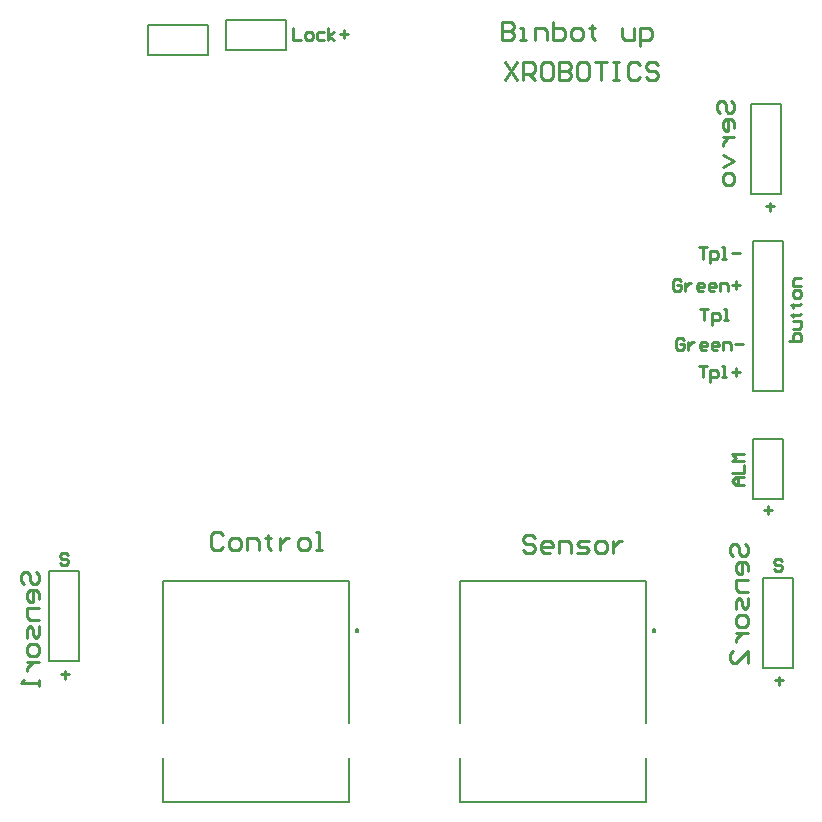
<source format=gbo>
%FSTAX23Y23*%
%MOIN*%
%SFA1B1*%

%IPPOS*%
%ADD21C,0.010000*%
%ADD33C,0.007874*%
%ADD34C,0.005000*%
%LNbinbot_board_up-1*%
%LPD*%
G54D21*
X02498Y-01733D02*
X02524D01*
X02511Y-0172D02*
Y-01746D01*
X0243Y-0165D02*
X02404D01*
X02391Y-01636*
X02404Y-01623*
X0243*
X02411*
Y-0165*
X02391Y-0161D02*
X0243D01*
Y-01584*
Y-01571D02*
X02391D01*
X02404Y-01558*
X02391Y-01545*
X0243*
X02505Y-00721D02*
X02531D01*
X02518Y-00708D02*
Y-00735D01*
X0235Y-0041D02*
X0234Y-004D01*
Y-0038*
X0235Y-0037*
X0236*
X0237Y-0038*
Y-004*
X02379Y-0041*
X02389*
X02399Y-004*
Y-0038*
X02389Y-0037*
X02399Y-0046D02*
Y-0044D01*
X02389Y-0043*
X0237*
X0236Y-0044*
Y-0046*
X0237Y-0047*
X02379*
Y-0043*
X0236Y-0049D02*
X02399D01*
X02379*
X0237Y-005*
X0236Y-0051*
Y-00519*
Y-00549D02*
X02399Y-00569D01*
X0236Y-00589*
X02399Y-00619D02*
Y-00639D01*
X02389Y-00649*
X0237*
X0236Y-00639*
Y-00619*
X0237Y-00609*
X02389*
X02399Y-00619*
X01635Y-0024D02*
X01674Y-003D01*
Y-0024D02*
X01635Y-003D01*
X01694D02*
Y-0024D01*
X01724*
X01734Y-0025*
Y-0027*
X01724Y-0028*
X01694*
X01714D02*
X01734Y-003D01*
X01784Y-0024D02*
X01764D01*
X01754Y-0025*
Y-0029*
X01764Y-003*
X01784*
X01794Y-0029*
Y-0025*
X01784Y-0024*
X01814D02*
Y-003D01*
X01844*
X01854Y-0029*
Y-0028*
X01844Y-0027*
X01814*
X01844*
X01854Y-0026*
Y-0025*
X01844Y-0024*
X01814*
X01904D02*
X01884D01*
X01874Y-0025*
Y-0029*
X01884Y-003*
X01904*
X01914Y-0029*
Y-0025*
X01904Y-0024*
X01934D02*
X01974D01*
X01954*
Y-003*
X01994Y-0024D02*
X02014D01*
X02004*
Y-003*
X01994*
X02014*
X02084Y-0025D02*
X02074Y-0024D01*
X02054*
X02044Y-0025*
Y-0029*
X02054Y-003*
X02074*
X02084Y-0029*
X02144Y-0025D02*
X02134Y-0024D01*
X02114*
X02104Y-0025*
Y-0026*
X02114Y-0027*
X02134*
X02144Y-0028*
Y-0029*
X02134Y-003*
X02114*
X02104Y-0029*
X0228Y-00857D02*
X02306D01*
X02293*
Y-00896*
X02319Y-0091D02*
Y-0087D01*
X02339*
X02345Y-00877*
Y-0089*
X02339Y-00896*
X02319*
X02358D02*
X02371D01*
X02365*
Y-00857*
X02358*
X02391Y-00877D02*
X02417D01*
X00694Y-01815D02*
X00684Y-01805D01*
X00664*
X00655Y-01815*
Y-01855*
X00664Y-01865*
X00684*
X00694Y-01855*
X00724Y-01865D02*
X00744D01*
X00754Y-01855*
Y-01835*
X00744Y-01825*
X00724*
X00714Y-01835*
Y-01855*
X00724Y-01865*
X00774D02*
Y-01825D01*
X00804*
X00814Y-01835*
Y-01865*
X00844Y-01815D02*
Y-01825D01*
X00834*
X00854*
X00844*
Y-01855*
X00854Y-01865*
X00884Y-01825D02*
Y-01865D01*
Y-01845*
X00894Y-01835*
X00904Y-01825*
X00914*
X00954Y-01865D02*
X00974D01*
X00984Y-01855*
Y-01835*
X00974Y-01825*
X00954*
X00944Y-01835*
Y-01855*
X00954Y-01865*
X01004D02*
X01024D01*
X01014*
Y-01805*
X01004*
X00927Y-00127D02*
Y-00167D01*
X00953*
X00973D02*
X00986D01*
X00993Y-0016*
Y-00147*
X00986Y-00141*
X00973*
X00966Y-00147*
Y-0016*
X00973Y-00167*
X01032Y-00141D02*
X01012D01*
X01006Y-00147*
Y-0016*
X01012Y-00167*
X01032*
X01045D02*
Y-00127D01*
Y-00154D02*
X01065Y-00141D01*
X01045Y-00154D02*
X01065Y-00167D01*
X01085Y-00147D02*
X01111D01*
X01098Y-00134D02*
Y-0016D01*
X00155Y-02281D02*
X00181D01*
X00168Y-02268D02*
Y-02295D01*
X00176Y-01882D02*
X0017Y-01875D01*
X00156*
X0015Y-01882*
Y-01888*
X00156Y-01895*
X0017*
X00176Y-01901*
Y-01908*
X0017Y-01915*
X00156*
X0015Y-01908*
X02556Y-01902D02*
X0255Y-01895D01*
X02536*
X0253Y-01902*
Y-01908*
X02536Y-01915*
X0255*
X02556Y-01921*
Y-01928*
X0255Y-01935*
X02536*
X0253Y-01928*
X02535Y-02301D02*
X02561D01*
X02548Y-02288D02*
Y-02315D01*
X02221Y-0097D02*
X02214Y-00963D01*
X02201*
X02195Y-0097*
Y-00996*
X02201Y-01003*
X02214*
X02221Y-00996*
Y-00983*
X02208*
X02234Y-00977D02*
Y-01003D01*
Y-0099*
X0224Y-00983*
X02247Y-00977*
X02254*
X02293Y-01003D02*
X0228D01*
X02273Y-00996*
Y-00983*
X0228Y-00977*
X02293*
X02299Y-00983*
Y-0099*
X02273*
X02332Y-01003D02*
X02319D01*
X02313Y-00996*
Y-00983*
X02319Y-00977*
X02332*
X02339Y-00983*
Y-0099*
X02313*
X02352Y-01003D02*
Y-00977D01*
X02372*
X02378Y-00983*
Y-01003*
X02391Y-00983D02*
X02418D01*
X02404Y-0097D02*
Y-00996D01*
X0228Y-01252D02*
X02306D01*
X02293*
Y-01291*
X02319Y-01305D02*
Y-01265D01*
X02339*
X02345Y-01272*
Y-01285*
X02339Y-01291*
X02319*
X02358D02*
X02371D01*
X02365*
Y-01252*
X02358*
X02391Y-01272D02*
X02417D01*
X02404Y-01259D02*
Y-01285D01*
X01734Y-01825D02*
X01724Y-01815D01*
X01704*
X01695Y-01825*
Y-01835*
X01704Y-01845*
X01724*
X01734Y-01855*
Y-01865*
X01724Y-01875*
X01704*
X01695Y-01865*
X01784Y-01875D02*
X01764D01*
X01754Y-01865*
Y-01845*
X01764Y-01835*
X01784*
X01794Y-01845*
Y-01855*
X01754*
X01814Y-01875D02*
Y-01835D01*
X01844*
X01854Y-01845*
Y-01875*
X01874D02*
X01904D01*
X01914Y-01865*
X01904Y-01855*
X01884*
X01874Y-01845*
X01884Y-01835*
X01914*
X01944Y-01875D02*
X01964D01*
X01974Y-01865*
Y-01845*
X01964Y-01835*
X01944*
X01934Y-01845*
Y-01865*
X01944Y-01875*
X01994Y-01835D02*
Y-01875D01*
Y-01855*
X02004Y-01845*
X02014Y-01835*
X02024*
X01625Y-00105D02*
Y-00165D01*
X01654*
X01664Y-00155*
Y-00145*
X01654Y-00135*
X01625*
X01654*
X01664Y-00125*
Y-00115*
X01654Y-00105*
X01625*
X01684Y-00165D02*
X01704D01*
X01694*
Y-00125*
X01684*
X01734Y-00165D02*
Y-00125D01*
X01764*
X01774Y-00135*
Y-00165*
X01794Y-00105D02*
Y-00165D01*
X01824*
X01834Y-00155*
Y-00145*
Y-00135*
X01824Y-00125*
X01794*
X01864Y-00165D02*
X01884D01*
X01894Y-00155*
Y-00135*
X01884Y-00125*
X01864*
X01854Y-00135*
Y-00155*
X01864Y-00165*
X01924Y-00115D02*
Y-00125D01*
X01914*
X01934*
X01924*
Y-00155*
X01934Y-00165*
X02024Y-00125D02*
Y-00155D01*
X02034Y-00165*
X02064*
Y-00125*
X02084Y-00185D02*
Y-00125D01*
X02114*
X02124Y-00135*
Y-00155*
X02114Y-00165*
X02084*
X02285Y-01062D02*
X02311D01*
X02298*
Y-01101*
X02324Y-01115D02*
Y-01075D01*
X02344*
X0235Y-01082*
Y-01095*
X02344Y-01101*
X02324*
X02364D02*
X02377D01*
X0237*
Y-01062*
X02364*
X02231Y-01167D02*
X02224Y-0116D01*
X02211*
X02205Y-01167*
Y-01193*
X02211Y-012*
X02224*
X02231Y-01193*
Y-0118*
X02218*
X02244Y-01173D02*
Y-012D01*
Y-01186*
X0225Y-0118*
X02257Y-01173*
X02264*
X02303Y-012D02*
X0229D01*
X02283Y-01193*
Y-0118*
X0229Y-01173*
X02303*
X02309Y-0118*
Y-01186*
X02283*
X02342Y-012D02*
X02329D01*
X02323Y-01193*
Y-0118*
X02329Y-01173*
X02342*
X02349Y-0118*
Y-01186*
X02323*
X02362Y-012D02*
Y-01173D01*
X02382*
X02388Y-0118*
Y-012*
X02401Y-0118D02*
X02428D01*
X02395Y-01885D02*
X02385Y-01875D01*
Y-01855*
X02395Y-01845*
X02405*
X02415Y-01855*
Y-01875*
X02425Y-01885*
X02435*
X02445Y-01875*
Y-01855*
X02435Y-01845*
X02445Y-01935D02*
Y-01915D01*
X02435Y-01905*
X02415*
X02405Y-01915*
Y-01935*
X02415Y-01945*
X02425*
Y-01905*
X02445Y-01965D02*
X02405D01*
Y-01995*
X02415Y-02005*
X02445*
Y-02025D02*
Y-02054D01*
X02435Y-02064*
X02425Y-02054*
Y-02035*
X02415Y-02025*
X02405Y-02035*
Y-02064*
X02445Y-02094D02*
Y-02114D01*
X02435Y-02124*
X02415*
X02405Y-02114*
Y-02094*
X02415Y-02084*
X02435*
X02445Y-02094*
X02405Y-02144D02*
X02445D01*
X02425*
X02415Y-02154*
X02405Y-02164*
Y-02174*
X02445Y-02244D02*
Y-02204D01*
X02405Y-02244*
X02395*
X02385Y-02234*
Y-02214*
X02395Y-02204*
X00031Y-0198D02*
X00021Y-0197D01*
Y-0195*
X00031Y-01941*
X00041*
X00051Y-0195*
Y-0197*
X00061Y-0198*
X00071*
X00081Y-0197*
Y-0195*
X00071Y-01941*
X00081Y-0203D02*
Y-0201D01*
X00071Y-02*
X00051*
X00041Y-0201*
Y-0203*
X00051Y-0204*
X00061*
Y-02*
X00081Y-0206D02*
X00041D01*
Y-0209*
X00051Y-021*
X00081*
Y-0212D02*
Y-0215D01*
X00071Y-0216*
X00061Y-0215*
Y-0213*
X00051Y-0212*
X00041Y-0213*
Y-0216*
X00081Y-0219D02*
Y-0221D01*
X00071Y-0222*
X00051*
X00041Y-0221*
Y-0219*
X00051Y-0218*
X00071*
X00081Y-0219*
X00041Y-0224D02*
X00081D01*
X00061*
X00051Y-0225*
X00041Y-0226*
Y-0227*
X00081Y-023D02*
Y-0232D01*
Y-0231*
X00021*
X00031Y-023*
X0258Y-01169D02*
X0262D01*
Y-0115*
X02613Y-01143*
X02606*
X026*
X02593Y-0115*
Y-01169*
Y-0113D02*
X02613D01*
X0262Y-01124*
Y-01104*
X02593*
X02587Y-01084D02*
X02593D01*
Y-01091*
Y-01078*
Y-01084*
X02613*
X0262Y-01078*
X02587Y-01051D02*
X02593D01*
Y-01058*
Y-01045*
Y-01051*
X02613*
X0262Y-01045*
Y-01019D02*
Y-01005D01*
X02613Y-00999*
X026*
X02593Y-01005*
Y-01019*
X026Y-01025*
X02613*
X0262Y-01019*
Y-00986D02*
X02593D01*
Y-00966*
X026Y-0096*
X0262*
G54D33*
X01144Y-02135D02*
D01*
X01144Y-02134*
X01144Y-02134*
X01144Y-02134*
X01144Y-02133*
X01144Y-02133*
X01144Y-02133*
X01144Y-02133*
X01144Y-02132*
X01143Y-02132*
X01143Y-02132*
X01143Y-02132*
X01143Y-02132*
X01143Y-02131*
X01142Y-02131*
X01142Y-02131*
X01142Y-02131*
X01142Y-02131*
X01141Y-02131*
X01141Y-02131*
X01141Y-02131*
X01141Y-02131*
X0114Y-02131*
X0114*
X0114Y-02131*
X0114Y-02131*
X01139Y-02131*
X01139Y-02131*
X01139Y-02131*
X01139Y-02131*
X01138Y-02131*
X01138Y-02131*
X01138Y-02131*
X01138Y-02132*
X01137Y-02132*
X01137Y-02132*
X01137Y-02132*
X01137Y-02132*
X01137Y-02133*
X01137Y-02133*
X01137Y-02133*
X01136Y-02133*
X01136Y-02134*
X01136Y-02134*
X01136Y-02134*
X01136Y-02135*
X01136Y-02135*
X01136Y-02135*
X01136Y-02135*
X01136Y-02136*
X01137Y-02136*
X01137Y-02136*
X01137Y-02136*
X01137Y-02137*
X01137Y-02137*
X01137Y-02137*
X01137Y-02137*
X01138Y-02137*
X01138Y-02138*
X01138Y-02138*
X01138Y-02138*
X01139Y-02138*
X01139Y-02138*
X01139Y-02138*
X01139Y-02138*
X0114Y-02138*
X0114Y-02138*
X0114Y-02138*
X0114*
X01141Y-02138*
X01141Y-02138*
X01141Y-02138*
X01141Y-02138*
X01142Y-02138*
X01142Y-02138*
X01142Y-02138*
X01142Y-02138*
X01143Y-02138*
X01143Y-02137*
X01143Y-02137*
X01143Y-02137*
X01143Y-02137*
X01144Y-02137*
X01144Y-02136*
X01144Y-02136*
X01144Y-02136*
X01144Y-02136*
X01144Y-02135*
X01144Y-02135*
X01144Y-02135*
X01144Y-02135*
X02134D02*
D01*
X02134Y-02134*
X02134Y-02134*
X02134Y-02134*
X02134Y-02133*
X02134Y-02133*
X02134Y-02133*
X02134Y-02133*
X02134Y-02132*
X02133Y-02132*
X02133Y-02132*
X02133Y-02132*
X02133Y-02132*
X02133Y-02131*
X02132Y-02131*
X02132Y-02131*
X02132Y-02131*
X02132Y-02131*
X02131Y-02131*
X02131Y-02131*
X02131Y-02131*
X02131Y-02131*
X0213Y-02131*
X0213*
X0213Y-02131*
X0213Y-02131*
X02129Y-02131*
X02129Y-02131*
X02129Y-02131*
X02129Y-02131*
X02128Y-02131*
X02128Y-02131*
X02128Y-02131*
X02128Y-02132*
X02127Y-02132*
X02127Y-02132*
X02127Y-02132*
X02127Y-02132*
X02127Y-02133*
X02127Y-02133*
X02127Y-02133*
X02126Y-02133*
X02126Y-02134*
X02126Y-02134*
X02126Y-02134*
X02126Y-02135*
X02126Y-02135*
X02126Y-02135*
X02126Y-02135*
X02126Y-02136*
X02127Y-02136*
X02127Y-02136*
X02127Y-02136*
X02127Y-02137*
X02127Y-02137*
X02127Y-02137*
X02127Y-02137*
X02128Y-02137*
X02128Y-02138*
X02128Y-02138*
X02128Y-02138*
X02129Y-02138*
X02129Y-02138*
X02129Y-02138*
X02129Y-02138*
X0213Y-02138*
X0213Y-02138*
X0213Y-02138*
X0213*
X02131Y-02138*
X02131Y-02138*
X02131Y-02138*
X02131Y-02138*
X02132Y-02138*
X02132Y-02138*
X02132Y-02138*
X02132Y-02138*
X02133Y-02138*
X02133Y-02137*
X02133Y-02137*
X02133Y-02137*
X02133Y-02137*
X02134Y-02137*
X02134Y-02136*
X02134Y-02136*
X02134Y-02136*
X02134Y-02136*
X02134Y-02135*
X02134Y-02135*
X02134Y-02135*
X02134Y-02135*
X00705Y-001D02*
X00905D01*
Y-002D02*
Y-001D01*
X00705Y-002D02*
X00905D01*
X00705D02*
Y-001D01*
X0256Y-01695D02*
Y-01495D01*
X0246Y-01695D02*
X0256D01*
X0246D02*
Y-01495D01*
X0256*
X02455Y-0068D02*
X02555D01*
Y-0038*
X02455D02*
X02555D01*
X02455Y-0068D02*
Y-0038D01*
X00445Y-00215D02*
Y-00115D01*
Y-00215D02*
X00645D01*
Y-00115*
X00445D02*
X00645D01*
X02495Y-0226D02*
Y-0196D01*
X02595*
Y-0226D02*
Y-0196D01*
X02495Y-0226D02*
X02595D01*
X00115Y-02235D02*
Y-01935D01*
X00215*
Y-02235D02*
Y-01935D01*
X00115Y-02235D02*
X00215D01*
X0246Y-01335D02*
X0256D01*
Y-00835*
X0246Y-01335D02*
Y-00835D01*
X0256*
G54D34*
X00495Y-02705D02*
X01115D01*
X00495Y-0197D02*
X01115D01*
Y-02705D02*
Y-02561D01*
Y-02442D02*
Y-0197D01*
X00495Y-02705D02*
Y-02561D01*
Y-02442D02*
Y-0197D01*
X01485Y-02705D02*
X02105D01*
X01485Y-0197D02*
X02105D01*
Y-02705D02*
Y-02561D01*
Y-02442D02*
Y-0197D01*
X01485Y-02705D02*
Y-02561D01*
Y-02442D02*
Y-0197D01*
M02*
</source>
